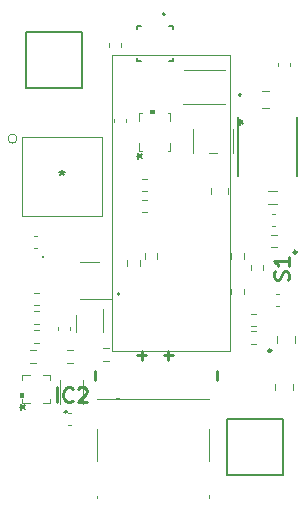
<source format=gbr>
%TF.GenerationSoftware,KiCad,Pcbnew,7.0.1-3b83917a11~172~ubuntu22.04.1*%
%TF.CreationDate,2023-07-05T11:02:11+02:00*%
%TF.ProjectId,phyphox-newton,70687970-686f-4782-9d6e-6577746f6e2e,rev?*%
%TF.SameCoordinates,Original*%
%TF.FileFunction,Legend,Top*%
%TF.FilePolarity,Positive*%
%FSLAX46Y46*%
G04 Gerber Fmt 4.6, Leading zero omitted, Abs format (unit mm)*
G04 Created by KiCad (PCBNEW 7.0.1-3b83917a11~172~ubuntu22.04.1) date 2023-07-05 11:02:11*
%MOMM*%
%LPD*%
G01*
G04 APERTURE LIST*
%ADD10C,0.250000*%
%ADD11C,0.254000*%
%ADD12C,0.150000*%
%ADD13C,0.200000*%
%ADD14C,0.100000*%
%ADD15C,0.120000*%
%ADD16C,0.127000*%
G04 APERTURE END LIST*
D10*
X114011904Y-129896666D02*
X113250000Y-129896666D01*
X113630952Y-130277619D02*
X113630952Y-129515714D01*
X107446666Y-131188095D02*
X107446666Y-131950000D01*
X111761904Y-129896666D02*
X111000000Y-129896666D01*
X111380952Y-130277619D02*
X111380952Y-129515714D01*
X117746666Y-131188095D02*
X117746666Y-131950000D01*
D11*
%TO.C,IC2*%
X104210237Y-133862526D02*
X104210237Y-132592526D01*
X105540714Y-133741573D02*
X105480238Y-133802050D01*
X105480238Y-133802050D02*
X105298809Y-133862526D01*
X105298809Y-133862526D02*
X105177857Y-133862526D01*
X105177857Y-133862526D02*
X104996428Y-133802050D01*
X104996428Y-133802050D02*
X104875476Y-133681097D01*
X104875476Y-133681097D02*
X104814999Y-133560145D01*
X104814999Y-133560145D02*
X104754523Y-133318240D01*
X104754523Y-133318240D02*
X104754523Y-133136811D01*
X104754523Y-133136811D02*
X104814999Y-132894907D01*
X104814999Y-132894907D02*
X104875476Y-132773954D01*
X104875476Y-132773954D02*
X104996428Y-132653002D01*
X104996428Y-132653002D02*
X105177857Y-132592526D01*
X105177857Y-132592526D02*
X105298809Y-132592526D01*
X105298809Y-132592526D02*
X105480238Y-132653002D01*
X105480238Y-132653002D02*
X105540714Y-132713478D01*
X106024523Y-132713478D02*
X106084999Y-132653002D01*
X106084999Y-132653002D02*
X106205952Y-132592526D01*
X106205952Y-132592526D02*
X106508333Y-132592526D01*
X106508333Y-132592526D02*
X106629285Y-132653002D01*
X106629285Y-132653002D02*
X106689761Y-132713478D01*
X106689761Y-132713478D02*
X106750238Y-132834430D01*
X106750238Y-132834430D02*
X106750238Y-132955383D01*
X106750238Y-132955383D02*
X106689761Y-133136811D01*
X106689761Y-133136811D02*
X105964047Y-133862526D01*
X105964047Y-133862526D02*
X106750238Y-133862526D01*
D12*
%TO.C,U6*%
X119564418Y-110145999D02*
X119802513Y-110145999D01*
X119707275Y-110384094D02*
X119802513Y-110145999D01*
X119802513Y-110145999D02*
X119707275Y-109907904D01*
X119992989Y-110288856D02*
X119802513Y-110145999D01*
X119802513Y-110145999D02*
X119992989Y-110003142D01*
X119564418Y-110145999D02*
X119802513Y-110145999D01*
X119707275Y-110384094D02*
X119802513Y-110145999D01*
X119802513Y-110145999D02*
X119707275Y-109907904D01*
X119992989Y-110288856D02*
X119802513Y-110145999D01*
X119802513Y-110145999D02*
X119992989Y-110003142D01*
%TO.C,U1*%
X104651200Y-114213820D02*
X104651200Y-114451915D01*
X104413105Y-114356677D02*
X104651200Y-114451915D01*
X104651200Y-114451915D02*
X104889295Y-114356677D01*
X104508343Y-114642391D02*
X104651200Y-114451915D01*
X104651200Y-114451915D02*
X104794057Y-114642391D01*
%TO.C,U2*%
X110962619Y-113031999D02*
X111200714Y-113031999D01*
X111105476Y-113270094D02*
X111200714Y-113031999D01*
X111200714Y-113031999D02*
X111105476Y-112793904D01*
X111391190Y-113174856D02*
X111200714Y-113031999D01*
X111200714Y-113031999D02*
X111391190Y-112889142D01*
X110962619Y-113031999D02*
X111200714Y-113031999D01*
X111105476Y-113270094D02*
X111200714Y-113031999D01*
X111200714Y-113031999D02*
X111105476Y-112793904D01*
X111391190Y-113174856D02*
X111200714Y-113031999D01*
X111200714Y-113031999D02*
X111391190Y-112889142D01*
D11*
%TO.C,S1*%
X123797050Y-123505119D02*
X123857526Y-123323690D01*
X123857526Y-123323690D02*
X123857526Y-123021309D01*
X123857526Y-123021309D02*
X123797050Y-122900357D01*
X123797050Y-122900357D02*
X123736573Y-122839881D01*
X123736573Y-122839881D02*
X123615621Y-122779404D01*
X123615621Y-122779404D02*
X123494669Y-122779404D01*
X123494669Y-122779404D02*
X123373716Y-122839881D01*
X123373716Y-122839881D02*
X123313240Y-122900357D01*
X123313240Y-122900357D02*
X123252764Y-123021309D01*
X123252764Y-123021309D02*
X123192288Y-123263214D01*
X123192288Y-123263214D02*
X123131811Y-123384166D01*
X123131811Y-123384166D02*
X123071335Y-123444643D01*
X123071335Y-123444643D02*
X122950383Y-123505119D01*
X122950383Y-123505119D02*
X122829430Y-123505119D01*
X122829430Y-123505119D02*
X122708478Y-123444643D01*
X122708478Y-123444643D02*
X122648002Y-123384166D01*
X122648002Y-123384166D02*
X122587526Y-123263214D01*
X122587526Y-123263214D02*
X122587526Y-122960833D01*
X122587526Y-122960833D02*
X122648002Y-122779404D01*
X123857526Y-121569880D02*
X123857526Y-122295595D01*
X123857526Y-121932738D02*
X122587526Y-121932738D01*
X122587526Y-121932738D02*
X122768954Y-122053690D01*
X122768954Y-122053690D02*
X122889907Y-122174642D01*
X122889907Y-122174642D02*
X122950383Y-122295595D01*
D12*
%TO.C,U3*%
X101058618Y-134284999D02*
X101296713Y-134284999D01*
X101201475Y-134523094D02*
X101296713Y-134284999D01*
X101296713Y-134284999D02*
X101201475Y-134046904D01*
X101487189Y-134427856D02*
X101296713Y-134284999D01*
X101296713Y-134284999D02*
X101487189Y-134142142D01*
X101058618Y-134284999D02*
X101296713Y-134284999D01*
X101201475Y-134523094D02*
X101296713Y-134284999D01*
X101296713Y-134284999D02*
X101201475Y-134046904D01*
X101487189Y-134427856D02*
X101296713Y-134284999D01*
X101296713Y-134284999D02*
X101487189Y-134142142D01*
D13*
%TO.C,IC2*%
X104850000Y-134675000D02*
X104850000Y-134675000D01*
X105050000Y-134675000D02*
X105050000Y-134675000D01*
D14*
X106450000Y-133975000D02*
X106450000Y-131975000D01*
X104450000Y-131975000D02*
X104450000Y-133975000D01*
D13*
X105050000Y-134675000D02*
G75*
G03*
X104850000Y-134675000I-100000J0D01*
G01*
X104850000Y-134675000D02*
G75*
G03*
X105050000Y-134675000I100000J0D01*
G01*
D15*
%TO.C,C3*%
X122865000Y-128811252D02*
X122865000Y-128288748D01*
X124335000Y-128811252D02*
X124335000Y-128288748D01*
%TO.C,U7*%
X105790000Y-126500000D02*
X105790000Y-127900000D01*
X108110000Y-127900000D02*
X108110000Y-126000000D01*
D12*
%TO.C,H3*%
X118625000Y-135250000D02*
X123375000Y-135250000D01*
X118625000Y-140000000D02*
X118625000Y-135250000D01*
X123375000Y-135250000D02*
X123375000Y-140000000D01*
X123375000Y-140000000D02*
X118625000Y-140000000D01*
D16*
%TO.C,U4*%
X114000000Y-102000000D02*
X113705000Y-102000000D01*
X114000000Y-102000000D02*
X114000000Y-102295000D01*
X111000000Y-102000000D02*
X111295000Y-102000000D01*
X111000000Y-102000000D02*
X111000000Y-102295000D01*
X114000000Y-105000000D02*
X114000000Y-104705000D01*
X114000000Y-105000000D02*
X113705000Y-105000000D01*
X111000000Y-105000000D02*
X111000000Y-104705000D01*
X111000000Y-105000000D02*
X111295000Y-105000000D01*
D13*
X113350000Y-101025000D02*
G75*
G03*
X113350000Y-101025000I-100000J0D01*
G01*
%TO.C,SW1*%
X119700000Y-107950000D02*
X119700000Y-107950000D01*
X119700000Y-107750000D02*
X119700000Y-107750000D01*
D14*
X118450000Y-108600000D02*
X114900000Y-108600000D01*
X118450000Y-105700000D02*
X114950000Y-105700000D01*
D13*
X119700000Y-107750000D02*
G75*
G03*
X119700000Y-107950000I0J-100000D01*
G01*
X119700000Y-107950000D02*
G75*
G03*
X119700000Y-107750000I0J100000D01*
G01*
D16*
%TO.C,L1*%
X119549999Y-114750000D02*
X119549999Y-109750000D01*
X124549999Y-109750000D02*
X124549999Y-114750000D01*
D15*
%TO.C,R4*%
X122337742Y-119677500D02*
X122812258Y-119677500D01*
X122337742Y-120722500D02*
X122812258Y-120722500D01*
D13*
%TO.C,IC6*%
X109525000Y-124700000D02*
G75*
G03*
X109525000Y-124700000I-100000J0D01*
G01*
D15*
%TO.C,C9*%
X108590000Y-103765580D02*
X108590000Y-103484420D01*
X109610000Y-103765580D02*
X109610000Y-103484420D01*
%TO.C,R14*%
X111677500Y-121737258D02*
X111677500Y-121262742D01*
X112722500Y-121737258D02*
X112722500Y-121262742D01*
%TO.C,J2*%
X107625000Y-133625000D02*
X117125000Y-133625000D01*
X107625000Y-136125000D02*
X107625000Y-138825000D01*
X107625000Y-141985000D02*
X107625000Y-141775000D01*
X109250000Y-133475000D02*
X109475000Y-133475000D01*
X117125000Y-138875000D02*
X117125000Y-136150000D01*
X117125000Y-141975000D02*
X117125000Y-141750000D01*
%TO.C,R7*%
X102712258Y-128822500D02*
X102237742Y-128822500D01*
X102712258Y-127777500D02*
X102237742Y-127777500D01*
%TO.C,C1*%
X108875000Y-129500000D02*
X118875000Y-129500000D01*
X118875000Y-129500000D02*
X118875000Y-104500000D01*
X118875000Y-104500000D02*
X108875000Y-104500000D01*
X108875000Y-104500000D02*
X108875000Y-129500000D01*
%TO.C,R13*%
X110177500Y-122337258D02*
X110177500Y-121862742D01*
X111222500Y-122337258D02*
X111222500Y-121862742D01*
%TO.C,C10*%
X105310000Y-127489420D02*
X105310000Y-127770580D01*
X104290000Y-127489420D02*
X104290000Y-127770580D01*
%TO.C,R19*%
X118977500Y-124737258D02*
X118977500Y-124262742D01*
X120022500Y-124737258D02*
X120022500Y-124262742D01*
%TO.C,C11*%
X109060000Y-110180580D02*
X109060000Y-109899420D01*
X110080000Y-110180580D02*
X110080000Y-109899420D01*
%TO.C,C4*%
X121613748Y-107515000D02*
X122136252Y-107515000D01*
X121613748Y-108985000D02*
X122136252Y-108985000D01*
%TO.C,R3*%
X121672500Y-122212742D02*
X121672500Y-122687258D01*
X120627500Y-122212742D02*
X120627500Y-122687258D01*
%TO.C,C14*%
X123960000Y-105134420D02*
X123960000Y-105415580D01*
X122940000Y-105134420D02*
X122940000Y-105415580D01*
D12*
%TO.C,H1*%
X106375000Y-107250000D02*
X101625000Y-107250000D01*
X106375000Y-102500000D02*
X106375000Y-107250000D01*
X101625000Y-107250000D02*
X101625000Y-102500000D01*
X101625000Y-102500000D02*
X106375000Y-102500000D01*
D15*
%TO.C,R9*%
X105562258Y-130522500D02*
X105087742Y-130522500D01*
X105562258Y-129477500D02*
X105087742Y-129477500D01*
%TO.C,C7*%
X122715580Y-118960000D02*
X122434420Y-118960000D01*
X122715580Y-117940000D02*
X122434420Y-117940000D01*
%TO.C,R11*%
X111387742Y-114977500D02*
X111862258Y-114977500D01*
X111387742Y-116022500D02*
X111862258Y-116022500D01*
%TO.C,R6*%
X102712258Y-125622500D02*
X102237742Y-125622500D01*
X102712258Y-124577500D02*
X102237742Y-124577500D01*
%TO.C,U6*%
X115773599Y-110749250D02*
X115773599Y-112806650D01*
X119126399Y-112806650D02*
X119126399Y-110749250D01*
X117112138Y-112806650D02*
X117787860Y-112806650D01*
%TO.C,R5*%
X102712258Y-127222500D02*
X102237742Y-127222500D01*
X102712258Y-126177500D02*
X102237742Y-126177500D01*
%TO.C,C5*%
X118735000Y-115716698D02*
X118735000Y-116239202D01*
X117265000Y-115716698D02*
X117265000Y-116239202D01*
%TO.C,FB1*%
X122874622Y-117110000D02*
X122075378Y-117110000D01*
X122874622Y-115990000D02*
X122075378Y-115990000D01*
%TO.C,C8*%
X102239420Y-119790000D02*
X102520580Y-119790000D01*
X102239420Y-120810000D02*
X102520580Y-120810000D01*
%TO.C,C6*%
X123040580Y-125710000D02*
X122759420Y-125710000D01*
X123040580Y-124690000D02*
X122759420Y-124690000D01*
D10*
%TO.C,IC3*%
X122375000Y-129500000D02*
G75*
G03*
X122375000Y-129500000I-125000J0D01*
G01*
D15*
%TO.C,U1*%
X101273000Y-111373000D02*
X108029400Y-111373000D01*
X101273000Y-118129401D02*
X101273000Y-111373000D01*
X108029400Y-111373000D02*
X108029400Y-118129401D01*
X108029400Y-118129401D02*
X101273000Y-118129401D01*
X100832200Y-111551201D02*
G75*
G03*
X100832200Y-111551201I-381000J0D01*
G01*
%TO.C,R10*%
X108137742Y-129297500D02*
X108612258Y-129297500D01*
X108137742Y-130342500D02*
X108612258Y-130342500D01*
%TO.C,R8*%
X101962742Y-129477500D02*
X102437258Y-129477500D01*
X101962742Y-130522500D02*
X102437258Y-130522500D01*
%TO.C,R12*%
X111387742Y-116727500D02*
X111862258Y-116727500D01*
X111387742Y-117772500D02*
X111862258Y-117772500D01*
%TO.C,U5*%
X106962500Y-125085000D02*
X108762500Y-125085000D01*
X106962500Y-125085000D02*
X106162500Y-125085000D01*
X106962500Y-121965000D02*
X107762500Y-121965000D01*
X106962500Y-121965000D02*
X106162500Y-121965000D01*
%TO.C,R1*%
X120612742Y-127877500D02*
X121087258Y-127877500D01*
X120612742Y-128922500D02*
X121087258Y-128922500D01*
%TO.C,U2*%
X111179200Y-112625600D02*
X111381218Y-112625600D01*
X113618782Y-112625600D02*
X113820800Y-112625600D01*
X113820800Y-112625600D02*
X113820800Y-111915890D01*
X111179200Y-111915890D02*
X111179200Y-112625600D01*
X113820800Y-110084110D02*
X113820800Y-109374400D01*
X111179200Y-109374400D02*
X111179200Y-110084110D01*
X111381218Y-109374400D02*
X111179200Y-109374400D01*
X113820800Y-109374400D02*
X113618782Y-109374400D01*
D14*
X112440501Y-109349000D02*
X112059500Y-109349000D01*
X112059500Y-109095000D01*
X112440501Y-109095000D01*
X112440501Y-109349000D01*
G36*
X112440501Y-109349000D02*
G01*
X112059500Y-109349000D01*
X112059500Y-109095000D01*
X112440501Y-109095000D01*
X112440501Y-109349000D01*
G37*
D15*
%TO.C,R2*%
X120612742Y-126377500D02*
X121087258Y-126377500D01*
X120612742Y-127422500D02*
X121087258Y-127422500D01*
%TO.C,C12*%
X105109420Y-134790000D02*
X105390580Y-134790000D01*
X105109420Y-135810000D02*
X105390580Y-135810000D01*
%TO.C,R18*%
X118977500Y-121737258D02*
X118977500Y-121262742D01*
X120022500Y-121737258D02*
X120022500Y-121262742D01*
%TO.C,C2*%
X124185000Y-132338748D02*
X124185000Y-132861252D01*
X122715000Y-132338748D02*
X122715000Y-132861252D01*
D10*
%TO.C,S1*%
X124520000Y-121162500D02*
G75*
G03*
X124520000Y-121162500I-125000J0D01*
G01*
D14*
%TO.C,LED1*%
X103000000Y-121500000D02*
X103000000Y-121500000D01*
X103000000Y-121600000D02*
X103000000Y-121600000D01*
X103000000Y-121600000D02*
G75*
G03*
X103000000Y-121500000I0J50000D01*
G01*
X103000000Y-121500000D02*
G75*
G03*
X103000000Y-121600000I0J-50000D01*
G01*
D15*
%TO.C,U3*%
X101295899Y-133931100D02*
X101921957Y-133931100D01*
X103032041Y-133931100D02*
X103658099Y-133931100D01*
X103658099Y-133931100D02*
X103658099Y-133555041D01*
X101295899Y-133555041D02*
X101295899Y-133931100D01*
X103658099Y-131944959D02*
X103658099Y-131568900D01*
X101295899Y-131568900D02*
X101295899Y-131944959D01*
X101921957Y-131568900D02*
X101295899Y-131568900D01*
X103658099Y-131568900D02*
X103032041Y-131568900D01*
D14*
X101322998Y-133440499D02*
X101068998Y-133440499D01*
X101068998Y-133059499D01*
X101322998Y-133059499D01*
X101322998Y-133440499D01*
G36*
X101322998Y-133440499D02*
G01*
X101068998Y-133440499D01*
X101068998Y-133059499D01*
X101322998Y-133059499D01*
X101322998Y-133440499D01*
G37*
%TD*%
M02*

</source>
